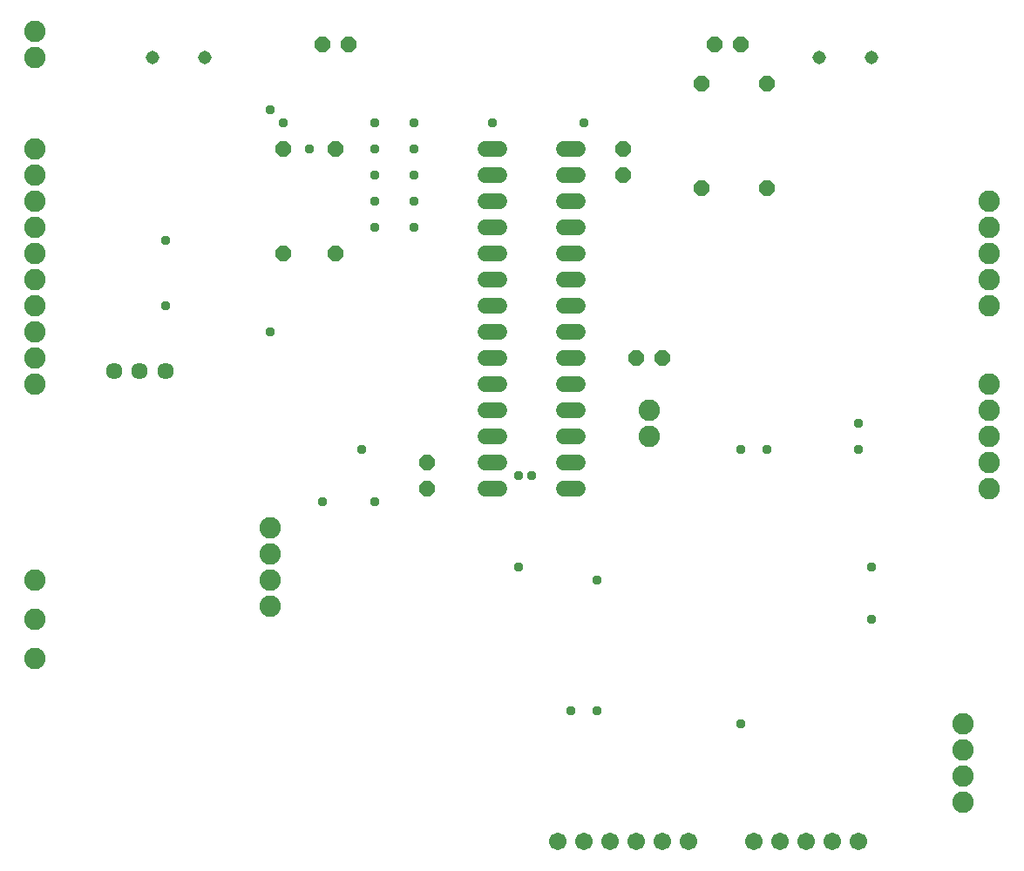
<source format=gts>
G75*
%MOIN*%
%OFA0B0*%
%FSLAX25Y25*%
%IPPOS*%
%LPD*%
%AMOC8*
5,1,8,0,0,1.08239X$1,22.5*
%
%ADD10C,0.08200*%
%ADD11OC8,0.06000*%
%ADD12C,0.06000*%
%ADD13C,0.06737*%
%ADD14C,0.06343*%
%ADD15C,0.05162*%
%ADD16C,0.03778*%
D10*
X0016300Y0176486D03*
X0016300Y0191486D03*
X0016300Y0206486D03*
X0016300Y0281486D03*
X0016300Y0291486D03*
X0016300Y0301486D03*
X0016300Y0311486D03*
X0016300Y0321486D03*
X0016300Y0331486D03*
X0016300Y0341486D03*
X0016300Y0351486D03*
X0016300Y0361486D03*
X0016300Y0371486D03*
X0016300Y0406486D03*
X0016300Y0416486D03*
X0106300Y0226486D03*
X0106300Y0216486D03*
X0106300Y0206486D03*
X0106300Y0196486D03*
X0251300Y0261486D03*
X0251300Y0271486D03*
X0381300Y0271486D03*
X0381300Y0261486D03*
X0381300Y0251486D03*
X0381300Y0241486D03*
X0381300Y0281486D03*
X0381300Y0311486D03*
X0381300Y0321486D03*
X0381300Y0331486D03*
X0381300Y0341486D03*
X0381300Y0351486D03*
X0371300Y0151486D03*
X0371300Y0141486D03*
X0371300Y0131486D03*
X0371300Y0121486D03*
D11*
X0256300Y0291486D03*
X0246300Y0291486D03*
X0271300Y0356486D03*
X0296300Y0356486D03*
X0296300Y0396486D03*
X0286300Y0411486D03*
X0276300Y0411486D03*
X0271300Y0396486D03*
X0241300Y0371486D03*
X0241300Y0361486D03*
X0136300Y0411486D03*
X0126300Y0411486D03*
X0131300Y0371486D03*
X0111300Y0371486D03*
X0111300Y0331486D03*
X0131300Y0331486D03*
X0166300Y0251486D03*
X0166300Y0241486D03*
D12*
X0188700Y0241486D02*
X0193900Y0241486D01*
X0193900Y0251486D02*
X0188700Y0251486D01*
X0188700Y0261486D02*
X0193900Y0261486D01*
X0193900Y0271486D02*
X0188700Y0271486D01*
X0188700Y0281486D02*
X0193900Y0281486D01*
X0193900Y0291486D02*
X0188700Y0291486D01*
X0188700Y0301486D02*
X0193900Y0301486D01*
X0193900Y0311486D02*
X0188700Y0311486D01*
X0188700Y0321486D02*
X0193900Y0321486D01*
X0193900Y0331486D02*
X0188700Y0331486D01*
X0188700Y0341486D02*
X0193900Y0341486D01*
X0193900Y0351486D02*
X0188700Y0351486D01*
X0188700Y0361486D02*
X0193900Y0361486D01*
X0193900Y0371486D02*
X0188700Y0371486D01*
X0218700Y0371486D02*
X0223900Y0371486D01*
X0223900Y0361486D02*
X0218700Y0361486D01*
X0218700Y0351486D02*
X0223900Y0351486D01*
X0223900Y0341486D02*
X0218700Y0341486D01*
X0218700Y0331486D02*
X0223900Y0331486D01*
X0223900Y0321486D02*
X0218700Y0321486D01*
X0218700Y0311486D02*
X0223900Y0311486D01*
X0223900Y0301486D02*
X0218700Y0301486D01*
X0218700Y0291486D02*
X0223900Y0291486D01*
X0223900Y0281486D02*
X0218700Y0281486D01*
X0218700Y0271486D02*
X0223900Y0271486D01*
X0223900Y0261486D02*
X0218700Y0261486D01*
X0218700Y0251486D02*
X0223900Y0251486D01*
X0223900Y0241486D02*
X0218700Y0241486D01*
D13*
X0216300Y0106486D03*
X0226300Y0106486D03*
X0236300Y0106486D03*
X0246300Y0106486D03*
X0256300Y0106486D03*
X0266300Y0106486D03*
X0291300Y0106486D03*
X0301300Y0106486D03*
X0311300Y0106486D03*
X0321300Y0106486D03*
X0331300Y0106486D03*
D14*
X0066143Y0286486D03*
X0056300Y0286486D03*
X0046457Y0286486D03*
D15*
X0061300Y0406486D03*
X0081300Y0406486D03*
X0316300Y0406486D03*
X0336300Y0406486D03*
D16*
X0226300Y0381486D03*
X0191300Y0381486D03*
X0161300Y0381486D03*
X0161300Y0371486D03*
X0161300Y0361486D03*
X0161300Y0351486D03*
X0161300Y0341486D03*
X0146300Y0341486D03*
X0146300Y0351486D03*
X0146300Y0361486D03*
X0146300Y0371486D03*
X0146300Y0381486D03*
X0121300Y0371486D03*
X0111300Y0381486D03*
X0106300Y0386486D03*
X0066300Y0336486D03*
X0066300Y0311486D03*
X0106300Y0301486D03*
X0141300Y0256486D03*
X0146300Y0236486D03*
X0126300Y0236486D03*
X0201300Y0246486D03*
X0206300Y0246486D03*
X0201300Y0211486D03*
X0231300Y0206486D03*
X0231300Y0156486D03*
X0221300Y0156486D03*
X0286300Y0151486D03*
X0336300Y0191486D03*
X0336300Y0211486D03*
X0331300Y0256486D03*
X0331300Y0266486D03*
X0296300Y0256486D03*
X0286300Y0256486D03*
M02*

</source>
